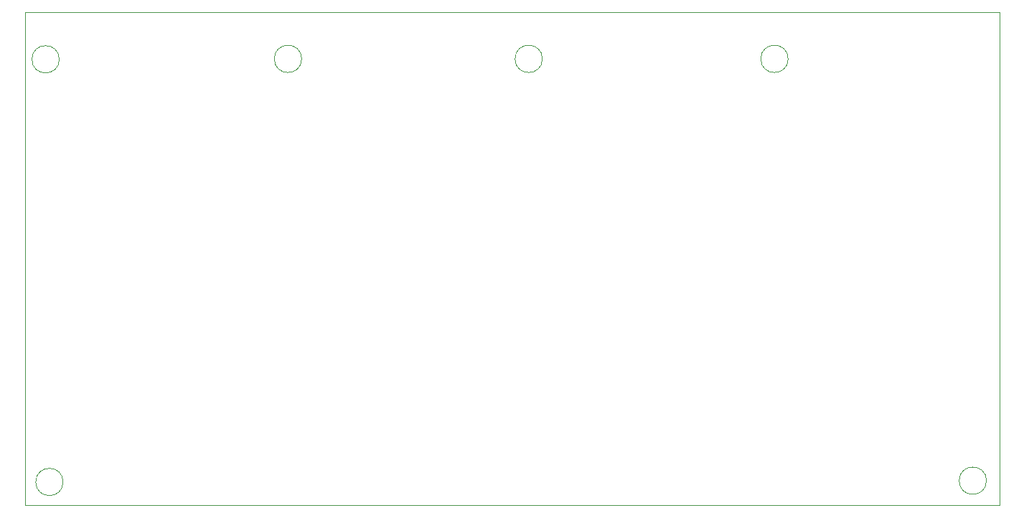
<source format=gko>
G04 #@! TF.FileFunction,Profile,NP*
%FSLAX46Y46*%
G04 Gerber Fmt 4.6, Leading zero omitted, Abs format (unit mm)*
G04 Created by KiCad (PCBNEW 4.0.3-stable) date 10/17/16 14:31:28*
%MOMM*%
%LPD*%
G01*
G04 APERTURE LIST*
%ADD10C,0.100000*%
G04 APERTURE END LIST*
D10*
X158400000Y-123450000D02*
X224800000Y-123450000D01*
X224600000Y-65200000D02*
X224200000Y-65200000D01*
X225050000Y-65200000D02*
X224600000Y-65200000D01*
X225050000Y-65850000D02*
X225050000Y-65200000D01*
X225050000Y-123450000D02*
X224800000Y-123450000D01*
X225050000Y-123100000D02*
X225050000Y-123450000D01*
X225050000Y-65850000D02*
X225050000Y-123100000D01*
X110050000Y-65200000D02*
X224200000Y-65200000D01*
X110050000Y-65800000D02*
X110050000Y-65200000D01*
X110050000Y-123450000D02*
X110050000Y-65800000D01*
X110450000Y-123450000D02*
X110050000Y-123450000D01*
X158400000Y-123450000D02*
X110450000Y-123450000D01*
X223512452Y-120550000D02*
G75*
G03X223512452Y-120550000I-1612452J0D01*
G01*
X142712452Y-70700000D02*
G75*
G03X142712452Y-70700000I-1612452J0D01*
G01*
X200112452Y-70700000D02*
G75*
G03X200112452Y-70700000I-1612452J0D01*
G01*
X171112452Y-70700000D02*
G75*
G03X171112452Y-70700000I-1612452J0D01*
G01*
X114562452Y-120700000D02*
G75*
G03X114562452Y-120700000I-1612452J0D01*
G01*
X114112452Y-70750000D02*
G75*
G03X114112452Y-70750000I-1612452J0D01*
G01*
M02*

</source>
